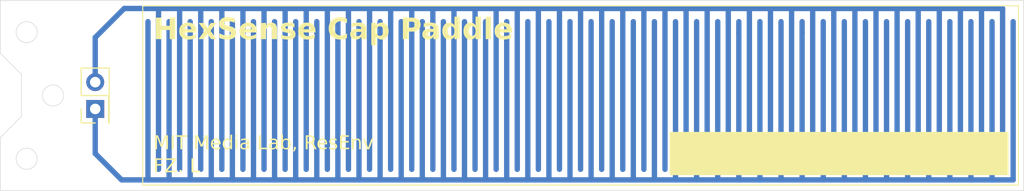
<source format=kicad_pcb>
(kicad_pcb (version 20240108) (generator "pcbnew") (generator_version "8.0")
  (layers (0 "F.Cu" signal) (31 "B.Cu" signal) (34 "B.Paste" user) (35 "F.Paste" user) (36 "B.SilkS" user "B.Silkscreen") (37 "F.SilkS" user "F.Silkscreen") (38 "B.Mask" user) (39 "F.Mask" user) (44 "Edge.Cuts" user))
  (net 0 "")
  (net 1 "unconnected-(J1-Pin_2-Pad2)")
  (net 2 "unconnected-(J1-Pin_1-Pad1)")
  (footprint "Connector_PinHeader_2.54mm:PinHeader_2x01_P2.54mm_Vertical" (layer "F.Cu") (at 100 93.275 90)
    (property "Reference" "J1" (hide yes))
    (property "Value" "Conn_01x02_Pin")
    (fp_line (start 3.87 -1.33) (end 3.87 1.33) (stroke (width 0.12)) (layer "F.SilkS"))
    (fp_line (start 1.27 -1.33) (end 3.87 -1.33) (stroke (width 0.12)) (layer "F.SilkS"))
    (fp_line (start -1.33 -1.33) (end 0 -1.33) (stroke (width 0.12)) (layer "F.SilkS"))
    (fp_line (start -1.33 0) (end -1.33 -1.33) (stroke (width 0.12)) (layer "F.SilkS"))
    (fp_line (start 1.27 1.27) (end 1.27 -1.33) (stroke (width 0.12)) (layer "F.SilkS"))
    (fp_line (start -1.33 1.27) (end 1.27 1.27) (stroke (width 0.12)) (layer "F.SilkS"))
    (fp_line (start -1.33 1.27) (end -1.33 1.33) (stroke (width 0.12)) (layer "F.SilkS"))
    (fp_line (start -1.33 1.33) (end 3.87 1.33) (stroke (width 0.12)) (layer "F.SilkS"))
    (pad "1" thru_hole rect (at 0 0 90) (size 1.7 1.7) (drill 1) (layers "*.Cu" "*.Mask") (net 2 "unconnected-(J1-Pin_1-Pad1)"))
    (pad "2" thru_hole oval (at 2.54 0 90) (size 1.7 1.7) (drill 1) (layers "*.Cu" "*.Mask") (net 1 "unconnected-(J1-Pin_2-Pad2)"))
  )
  (gr_rect (start 104.5 83.5) (end 187.5 100.5) (stroke (width 0.1)) (fill none) (layer "F.SilkS"))
  (gr_rect (start 154.5 95.5) (end 186.5 99.5) (stroke (width 0.1)) (fill solid) (layer "F.SilkS"))
  (gr_line (start 91 101) (end 91 96) (stroke (width 0.05)) (layer "Edge.Cuts"))
  (gr_circle (center 96 92) (end 97 92) (stroke (width 0.05)) (fill none) (layer "Edge.Cuts"))
  (gr_line (start 93 94) (end 93 90) (stroke (width 0.05)) (layer "Edge.Cuts"))
  (gr_circle (center 93.5 86) (end 94.5 86) (stroke (width 0.05)) (fill none) (layer "Edge.Cuts"))
  (gr_line (start 91 96) (end 93 94) (stroke (width 0.05)) (layer "Edge.Cuts"))
  (gr_line (start 188 83) (end 188 101) (stroke (width 0.05)) (layer "Edge.Cuts"))
  (gr_line (start 91 88) (end 91 83) (stroke (width 0.05)) (layer "Edge.Cuts"))
  (gr_circle (center 93.5 98) (end 94.5 98) (stroke (width 0.05)) (fill none) (layer "Edge.Cuts"))
  (gr_line (start 188 101) (end 91 101) (stroke (width 0.05)) (layer "Edge.Cuts"))
  (gr_line (start 93 90) (end 91 88) (stroke (width 0.05)) (layer "Edge.Cuts"))
  (gr_line (start 91 83) (end 188 83) (stroke (width 0.05)) (layer "Edge.Cuts"))
  (gr_text "MIT Media Lab, ResEnv\nFZ. L" (at 105.5 99.5 0) (layer "F.SilkS") (effects (font (size 1.3 1.3) (thickness 0.1875)) (justify left bottom)))
  (gr_text "HexSense Cap Paddle" (at 105.5 87 0) (layer "F.SilkS") (effects (font (size 2 2) (thickness 0.5) (bold yes)) (justify left bottom)))
  (segment (start 128 83.754) (end 128 99) (width 0.508) (layer "B.Cu") (net 1))
  (segment (start 108 83.754) (end 110 83.754) (width 0.508) (layer "B.Cu") (net 1))
  (segment (start 158 83.754) (end 160 83.754) (width 0.508) (layer "B.Cu") (net 1))
  (segment (start 102.746 83.754) (end 106 83.754) (width 0.508) (layer "B.Cu") (net 1))
  (segment (start 120 83.754) (end 120 99) (width 0.508) (layer "B.Cu") (net 1))
  (segment (start 166 83.754) (end 168 83.754) (width 0.508) (layer "B.Cu") (net 1))
  (segment (start 184 83.754) (end 186 83.754) (width 0.508) (layer "B.Cu") (net 1))
  (segment (start 162 83.754) (end 164 83.754) (width 0.508) (layer "B.Cu") (net 1))
  (segment (start 148 83.754) (end 148 99) (width 0.508) (layer "B.Cu") (net 1))
  (segment (start 178 83.754) (end 178 99) (width 0.508) (layer "B.Cu") (net 1))
  (segment (start 118 83.754) (end 118 99) (width 0.508) (layer "B.Cu") (net 1))
  (segment (start 164 83.754) (end 166 83.754) (width 0.508) (layer "B.Cu") (net 1))
  (segment (start 178 83.754) (end 180 83.754) (width 0.508) (layer "B.Cu") (net 1))
  (segment (start 150 83.754) (end 152 83.754) (width 0.508) (layer "B.Cu") (net 1))
  (segment (start 114 83.754) (end 114 99) (width 0.508) (layer "B.Cu") (net 1))
  (segment (start 142 83.754) (end 142 99) (width 0.508) (layer "B.Cu") (net 1))
  (segment (start 128 83.754) (end 130 83.754) (width 0.508) (layer "B.Cu") (net 1))
  (segment (start 162 83.754) (end 162 99) (width 0.508) (layer "B.Cu") (net 1))
  (segment (start 124 83.754) (end 126 83.754) (width 0.508) (layer "B.Cu") (net 1))
  (segment (start 160 83.754) (end 162 83.754) (width 0.508) (layer "B.Cu") (net 1))
  (segment (start 138 83.754) (end 138 99) (width 0.508) (layer "B.Cu") (net 1))
  (segment (start 116 83.754) (end 116 99) (width 0.508) (layer "B.Cu") (net 1))
  (segment (start 110 83.754) (end 112 83.754) (width 0.508) (layer "B.Cu") (net 1))
  (segment (start 112 83.754) (end 112 99) (width 0.508) (layer "B.Cu") (net 1))
  (segment (start 140 83.754) (end 140 99) (width 0.508) (layer "B.Cu") (net 1))
  (segment (start 176 83.754) (end 176 99) (width 0.508) (layer "B.Cu") (net 1))
  (segment (start 144 83.754) (end 146 83.754) (width 0.508) (layer "B.Cu") (net 1))
  (segment (start 136 83.754) (end 136 99) (width 0.508) (layer "B.Cu") (net 1))
  (segment (start 122 83.754) (end 122 99) (width 0.508) (layer "B.Cu") (net 1))
  (segment (start 158 83.754) (end 158 99) (width 0.508) (layer "B.Cu") (net 1))
  (segment (start 114 83.754) (end 116 83.754) (width 0.508) (layer "B.Cu") (net 1))
  (segment (start 176 83.754) (end 178 83.754) (width 0.508) (layer "B.Cu") (net 1))
  (segment (start 164 83.754) (end 164 99) (width 0.508) (layer "B.Cu") (net 1))
  (segment (start 156 83.754) (end 158 83.754) (width 0.508) (layer "B.Cu") (net 1))
  (segment (start 112 83.754) (end 114 83.754) (width 0.508) (layer "B.Cu") (net 1))
  (segment (start 146 83.754) (end 146 99) (width 0.508) (layer "B.Cu") (net 1))
  (segment (start 134 83.754) (end 136 83.754) (width 0.508) (layer "B.Cu") (net 1))
  (segment (start 126 83.754) (end 126 99) (width 0.508) (layer "B.Cu") (net 1))
  (segment (start 136 83.754) (end 138 83.754) (width 0.508) (layer "B.Cu") (net 1))
  (segment (start 138 83.754) (end 140 83.754) (width 0.508) (layer "B.Cu") (net 1))
  (segment (start 126 83.754) (end 128 83.754) (width 0.508) (layer "B.Cu") (net 1))
  (segment (start 168 83.754) (end 168 99) (width 0.508) (layer "B.Cu") (net 1))
  (segment (start 108 83.754) (end 108 99) (width 0.508) (layer "B.Cu") (net 1))
  (segment (start 180 83.754) (end 180 99) (width 0.508) (layer "B.Cu") (net 1))
  (segment (start 170 83.754) (end 170 98) (width 0.508) (layer "B.Cu") (net 1))
  (segment (start 132 83.754) (end 132 99) (width 0.508) (layer "B.Cu") (net 1))
  (segment (start 154 83.754) (end 156 83.754) (width 0.508) (layer "B.Cu") (net 1))
  (segment (start 130 83.754) (end 132 83.754) (width 0.508) (layer "B.Cu") (net 1))
  (segment (start 172 83.754) (end 174 83.754) (width 0.508) (layer "B.Cu") (net 1))
  (segment (start 152 83.754) (end 152 99) (width 0.508) (layer "B.Cu") (net 1))
  (segment (start 160 83.754) (end 160 99) (width 0.508) (layer "B.Cu") (net 1))
  (segment (start 142 83.754) (end 144 83.754) (width 0.508) (layer "B.Cu") (net 1))
  (segment (start 100 86.5) (end 102.746 83.754) (width 0.508) (layer "B.Cu") (net 1))
  (segment (start 182 83.754) (end 184 83.754) (width 0.508) (layer "B.Cu") (net 1))
  (segment (start 170 98) (end 170 99) (width 0.508) (layer "B.Cu") (net 1))
  (segment (start 110 83.754) (end 110 99) (width 0.508) (layer "B.Cu") (net 1))
  (segment (start 118 83.754) (end 120 83.754) (width 0.508) (layer "B.Cu") (net 1))
  (segment (start 116 83.754) (end 118 83.754) (width 0.508) (layer "B.Cu") (net 1))
  (segment (start 148 83.754) (end 150 83.754) (width 0.508) (layer "B.Cu") (net 1))
  (segment (start 146 83.754) (end 148 83.754) (width 0.508) (layer "B.Cu") (net 1))
  (segment (start 106 83.754) (end 106 99) (width 0.508) (layer "B.Cu") (net 1))
  (segment (start 170 83.754) (end 172 83.754) (width 0.508) (layer "B.Cu") (net 1))
  (segment (start 180 83.754) (end 182 83.754) (width 0.508) (layer "B.Cu") (net 1))
  (segment (start 150 83.754) (end 150 99) (width 0.508) (layer "B.Cu") (net 1))
  (segment (start 122 83.754) (end 124 83.754) (width 0.508) (layer "B.Cu") (net 1))
  (segment (start 174 83.754) (end 174 99) (width 0.508) (layer "B.Cu") (net 1))
  (segment (start 100 90.735) (end 100 86.5) (width 0.508) (layer "B.Cu") (net 1))
  (segment (start 144 83.754) (end 144 99) (width 0.508) (layer "B.Cu") (net 1))
  (segment (start 186 83.754) (end 186 99) (width 0.508) (layer "B.Cu") (net 1))
  (segment (start 130 83.754) (end 130 99) (width 0.508) (layer "B.Cu") (net 1))
  (segment (start 132 83.754) (end 134 83.754) (width 0.508) (layer "B.Cu") (net 1))
  (segment (start 174 83.754) (end 176 83.754) (width 0.508) (layer "B.Cu") (net 1))
  (segment (start 172 83.754) (end 172 99) (width 0.508) (layer "B.Cu") (net 1))
  (segment (start 166 83.754) (end 166 99) (width 0.508) (layer "B.Cu") (net 1))
  (segment (start 156 83.754) (end 156 99) (width 0.508) (layer "B.Cu") (net 1))
  (segment (start 140 83.754) (end 142 83.754) (width 0.508) (layer "B.Cu") (net 1))
  (segment (start 152 83.754) (end 154 83.754) (width 0.508) (layer "B.Cu") (net 1))
  (segment (start 182 83.754) (end 182 99) (width 0.508) (layer "B.Cu") (net 1))
  (segment (start 106 83.754) (end 108 83.754) (width 0.508) (layer "B.Cu") (net 1))
  (segment (start 168 83.754) (end 170 83.754) (width 0.508) (layer "B.Cu") (net 1))
  (segment (start 154 83.754) (end 154 99) (width 0.508) (layer "B.Cu") (net 1))
  (segment (start 184 83.754) (end 184 99) (width 0.508) (layer "B.Cu") (net 1))
  (segment (start 134 83.754) (end 134 99) (width 0.508) (layer "B.Cu") (net 1))
  (segment (start 120 83.754) (end 122 83.754) (width 0.508) (layer "B.Cu") (net 1))
  (segment (start 124 83.754) (end 124 99) (width 0.508) (layer "B.Cu") (net 1))
  (segment (start 163 100) (end 165 100) (width 0.508) (layer "B.Cu") (net 2))
  (segment (start 153 100) (end 153 85) (width 0.508) (layer "B.Cu") (net 2))
  (segment (start 145 100) (end 147 100) (width 0.508) (layer "B.Cu") (net 2))
  (segment (start 107 100) (end 107 85) (width 0.508) (layer "B.Cu") (net 2))
  (segment (start 185 100) (end 185 85) (width 0.508) (layer "B.Cu") (net 2))
  (segment (start 157 100) (end 159 100) (width 0.508) (layer "B.Cu") (net 2))
  (segment (start 111 100) (end 111 85) (width 0.508) (layer "B.Cu") (net 2))
  (segment (start 123 100) (end 123 85) (width 0.508) (layer "B.Cu") (net 2))
  (segment (start 159 100) (end 161 100) (width 0.508) (layer "B.Cu") (net 2))
  (segment (start 169 100) (end 171 100) (width 0.508) (layer "B.Cu") (net 2))
  (segment (start 145 100) (end 145 85) (width 0.508) (layer "B.Cu") (net 2))
  (segment (start 185 100) (end 187 100) (width 0.508) (layer "B.Cu") (net 2))
  (segment (start 100 93.275) (end 100 97.5) (width 0.508) (layer "B.Cu") (net 2))
  (segment (start 121 100) (end 123 100) (width 0.508) (layer "B.Cu") (net 2))
  (segment (start 187 100) (end 187 85) (width 0.508) (layer "B.Cu") (net 2))
  (segment (start 113 100) (end 113 85) (width 0.508) (layer "B.Cu") (net 2))
  (segment (start 167 86) (end 167 85) (width 0.508) (layer "B.Cu") (net 2))
  (segment (start 133 86) (end 133 85) (width 0.508) (layer "B.Cu") (net 2))
  (segment (start 165 100) (end 167 100) (width 0.508) (layer "B.Cu") (net 2))
  (segment (start 109 100) (end 111 100) (width 0.508) (layer "B.Cu") (net 2))
  (segment (start 119 100) (end 119 85) (width 0.508) (layer "B.Cu") (net 2))
  (segment (start 181 100) (end 181 85) (width 0.508) (layer "B.Cu") (net 2))
  (segment (start 135 100) (end 135 85) (width 0.508) (layer "B.Cu") (net 2))
  (segment (start 133 100) (end 135 100) (width 0.508) (layer "B.Cu") (net 2))
  (segment (start 143 100) (end 145 100) (width 0.508) (layer "B.Cu") (net 2))
  (segment (start 153 100) (end 155 100) (width 0.508) (layer "B.Cu") (net 2))
  (segment (start 183 100) (end 183 85) (width 0.508) (layer "B.Cu") (net 2))
  (segment (start 151 100) (end 153 100) (width 0.508) (layer "B.Cu") (net 2))
  (segment (start 113 100) (end 115 100) (width 0.508) (layer "B.Cu") (net 2))
  (segment (start 139 100) (end 139 85) (width 0.508) (layer "B.Cu") (net 2))
  (segment (start 171 86) (end 171 85) (width 0.508) (layer "B.Cu") (net 2))
  (segment (start 125 100) (end 125 85) (width 0.508) (layer "B.Cu") (net 2))
  (segment (start 115 100) (end 115 85) (width 0.508) (layer "B.Cu") (net 2))
  (segment (start 131 100) (end 131 85) (width 0.508) (layer "B.Cu") (net 2))
  (segment (start 175 100) (end 177 100) (width 0.508) (layer "B.Cu") (net 2))
  (segment (start 177 100) (end 177 85) (width 0.508) (layer "B.Cu") (net 2))
  (segment (start 161 100) (end 161 86) (width 0.508) (layer "B.Cu") (net 2))
  (segment (start 181 100) (end 183 100) (width 0.508) (layer "B.Cu") (net 2))
  (segment (start 179 100) (end 179 85) (width 0.508) (layer "B.Cu") (net 2))
  (segment (start 157 100) (end 157 85) (width 0.508) (layer "B.Cu") (net 2))
  (segment (start 159 100) (end 159 85) (width 0.508) (layer "B.Cu") (net 2))
  (segment (start 165 100) (end 165 85) (width 0.508) (layer "B.Cu") (net 2))
  (segment (start 141 100) (end 143 100) (width 0.508) (layer "B.Cu") (net 2))
  (segment (start 175 100) (end 175 85) (width 0.508) (layer "B.Cu") (net 2))
  (segment (start 155 100) (end 157 100) (width 0.508) (layer "B.Cu") (net 2))
  (segment (start 147 100) (end 149 100) (width 0.508) (layer "B.Cu") (net 2))
  (segment (start 117 100) (end 119 100) (width 0.508) (layer "B.Cu") (net 2))
  (segment (start 147 100) (end 147 85) (width 0.508) (layer "B.Cu") (net 2))
  (segment (start 173 100) (end 173 85) (width 0.508) (layer "B.Cu") (net 2))
  (segment (start 177 100) (end 179 100) (width 0.508) (layer "B.Cu") (net 2))
  (segment (start 179 100) (end 181 100) (width 0.508) (layer "B.Cu") (net 2))
  (segment (start 161 100) (end 163 100) (width 0.508) (layer "B.Cu") (net 2))
  (segment (start 149 100) (end 151 100) (width 0.508) (layer "B.Cu") (net 2))
  (segment (start 163 100) (end 163 85) (width 0.508) (layer "B.Cu") (net 2))
  (segment (start 183 100) (end 185 100) (width 0.508) (layer "B.Cu") (net 2))
  (segment (start 115 100) (end 117 100) (width 0.508) (layer "B.Cu") (net 2))
  (segment (start 173 100) (end 175 100) (width 0.508) (layer "B.Cu") (net 2))
  (segment (start 109 100) (end 109 85) (width 0.508) (layer "B.Cu") (net 2))
  (segment (start 119 100) (end 121 100) (width 0.508) (layer "B.Cu") (net 2))
  (segment (start 171 100) (end 171 86) (width 0.508) (layer "B.Cu") (net 2))
  (segment (start 105 100) (end 107 100) (width 0.508) (layer "B.Cu") (net 2))
  (segment (start 133 100) (end 133 86) (width 0.508) (layer "B.Cu") (net 2))
  (segment (start 139 100) (end 141 100) (width 0.508) (layer "B.Cu") (net 2))
  (segment (start 107 100) (end 109 100) (width 0.508) (layer "B.Cu") (net 2))
  (segment (start 129 100) (end 131 100) (width 0.508) (layer "B.Cu") (net 2))
  (segment (start 151 100) (end 151 85) (width 0.508) (layer "B.Cu") (net 2))
  (segment (start 121 100) (end 121 85) (width 0.508) (layer "B.Cu") (net 2))
  (segment (start 167 100) (end 169 100) (width 0.508) (layer "B.Cu") (net 2))
  (segment (start 171 100) (end 173 100) (width 0.508) (layer "B.Cu") (net 2))
  (segment (start 161 86) (end 161 85) (width 0.508) (layer "B.Cu") (net 2))
  (segment (start 137 100) (end 137 85) (width 0.508) (layer "B.Cu") (net 2))
  (segment (start 125 100) (end 127 100) (width 0.508) (layer "B.Cu") (net 2))
  (segment (start 111 100) (end 113 100) (width 0.508) (layer "B.Cu") (net 2))
  (segment (start 169 100) (end 169 85) (width 0.508) (layer "B.Cu") (net 2))
  (segment (start 135 100) (end 137 100) (width 0.508) (layer "B.Cu") (net 2))
  (segment (start 149 100) (end 149 85) (width 0.508) (layer "B.Cu") (net 2))
  (segment (start 129 100) (end 129 85) (width 0.508) (layer "B.Cu") (net 2))
  (segment (start 143 100) (end 143 85) (width 0.508) (layer "B.Cu") (net 2))
  (segment (start 137 100) (end 139 100) (width 0.508) (layer "B.Cu") (net 2))
  (segment (start 100 97.5) (end 102.5 100) (width 0.508) (layer "B.Cu") (net 2))
  (segment (start 117 100) (end 117 85) (width 0.508) (layer "B.Cu") (net 2))
  (segment (start 127 100) (end 129 100) (width 0.508) (layer "B.Cu") (net 2))
  (segment (start 141 100) (end 141 85) (width 0.508) (layer "B.Cu") (net 2))
  (segment (start 102.5 100) (end 105 100) (width 0.508) (layer "B.Cu") (net 2))
  (segment (start 131 100) (end 133 100) (width 0.508) (layer "B.Cu") (net 2))
  (segment (start 155 100) (end 155 85) (width 0.508) (layer "B.Cu") (net 2))
  (segment (start 105 100) (end 105 85) (width 0.508) (layer "B.Cu") (net 2))
  (segment (start 167 100) (end 167 86) (width 0.508) (layer "B.Cu") (net 2))
  (segment (start 127 100) (end 127 85) (width 0.508) (layer "B.Cu") (net 2))
  (segment (start 123 100) (end 125 100) (width 0.508) (layer "B.Cu") (net 2))
)
</source>
